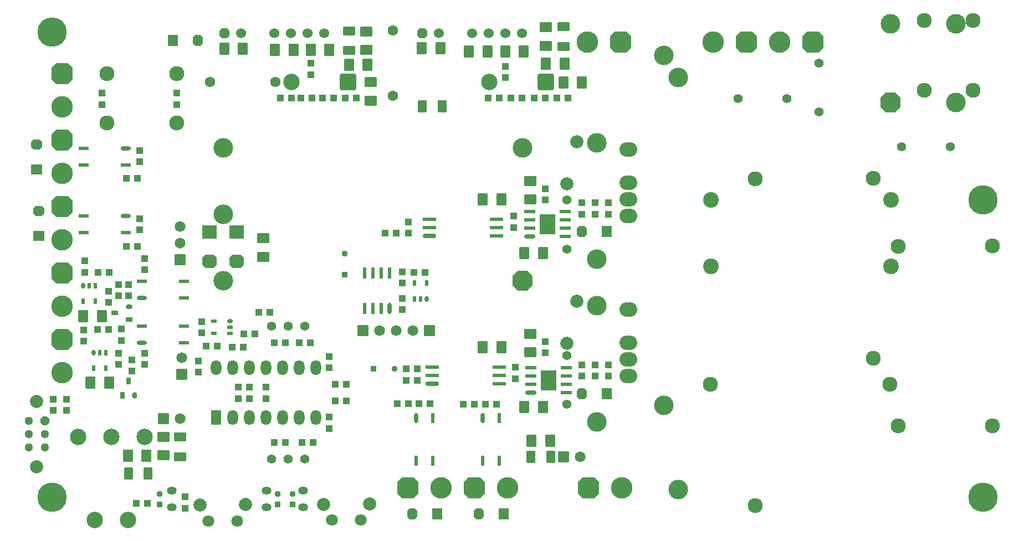
<source format=gbr>
G04 Layer_Color=255*
%FSLAX26Y26*%
%MOIN*%
%TF.FileFunction,Pads,Bot*%
%TF.Part,Single*%
G01*
G75*
%TA.AperFunction,ComponentPad*%
%ADD20C,0.078740*%
%ADD21C,0.051181*%
G04:AMPARAMS|DCode=22|XSize=51.181mil|YSize=51.181mil|CornerRadius=0mil|HoleSize=0mil|Usage=FLASHONLY|Rotation=270.000|XOffset=0mil|YOffset=0mil|HoleType=Round|Shape=Octagon|*
%AMOCTAGOND22*
4,1,8,-0.012795,-0.025591,0.012795,-0.025591,0.025591,-0.012795,0.025591,0.012795,0.012795,0.025591,-0.012795,0.025591,-0.025591,0.012795,-0.025591,-0.012795,-0.012795,-0.025591,0.0*
%
%ADD22OCTAGOND22*%

%ADD23C,0.090551*%
%ADD24C,0.070866*%
%ADD25C,0.060000*%
G04:AMPARAMS|DCode=26|XSize=60mil|YSize=60mil|CornerRadius=0mil|HoleSize=0mil|Usage=FLASHONLY|Rotation=0.000|XOffset=0mil|YOffset=0mil|HoleType=Round|Shape=Octagon|*
%AMOCTAGOND26*
4,1,8,0.030000,-0.015000,0.030000,0.015000,0.015000,0.030000,-0.015000,0.030000,-0.030000,0.015000,-0.030000,-0.015000,-0.015000,-0.030000,0.015000,-0.030000,0.030000,-0.015000,0.0*
%
%ADD26OCTAGOND26*%

%ADD27C,0.065000*%
G04:AMPARAMS|DCode=28|XSize=65mil|YSize=65mil|CornerRadius=3.25mil|HoleSize=0mil|Usage=FLASHONLY|Rotation=180.000|XOffset=0mil|YOffset=0mil|HoleType=Round|Shape=RoundedRectangle|*
%AMROUNDEDRECTD28*
21,1,0.065000,0.058500,0,0,180.0*
21,1,0.058500,0.065000,0,0,180.0*
1,1,0.006500,-0.029250,0.029250*
1,1,0.006500,0.029250,0.029250*
1,1,0.006500,0.029250,-0.029250*
1,1,0.006500,-0.029250,-0.029250*
%
%ADD28ROUNDEDRECTD28*%
%ADD29C,0.118110*%
G04:AMPARAMS|DCode=30|XSize=118.11mil|YSize=118.11mil|CornerRadius=0mil|HoleSize=0mil|Usage=FLASHONLY|Rotation=270.000|XOffset=0mil|YOffset=0mil|HoleType=Round|Shape=Octagon|*
%AMOCTAGOND30*
4,1,8,-0.029527,-0.059055,0.029527,-0.059055,0.059055,-0.029528,0.059055,0.029528,0.029527,0.059055,-0.029527,0.059055,-0.059055,0.029528,-0.059055,-0.029528,-0.029527,-0.059055,0.0*
%
%ADD30OCTAGOND30*%

G04:AMPARAMS|DCode=31|XSize=65mil|YSize=65mil|CornerRadius=3.25mil|HoleSize=0mil|Usage=FLASHONLY|Rotation=90.000|XOffset=0mil|YOffset=0mil|HoleType=Round|Shape=RoundedRectangle|*
%AMROUNDEDRECTD31*
21,1,0.065000,0.058500,0,0,90.0*
21,1,0.058500,0.065000,0,0,90.0*
1,1,0.006500,0.029250,0.029250*
1,1,0.006500,0.029250,-0.029250*
1,1,0.006500,-0.029250,-0.029250*
1,1,0.006500,-0.029250,0.029250*
%
%ADD31ROUNDEDRECTD31*%
%ADD32C,0.098425*%
G04:AMPARAMS|DCode=33|XSize=98.425mil|YSize=98.425mil|CornerRadius=9.842mil|HoleSize=0mil|Usage=FLASHONLY|Rotation=0.000|XOffset=0mil|YOffset=0mil|HoleType=Round|Shape=RoundedRectangle|*
%AMROUNDEDRECTD33*
21,1,0.098425,0.078740,0,0,0.0*
21,1,0.078740,0.098425,0,0,0.0*
1,1,0.019685,0.039370,-0.039370*
1,1,0.019685,-0.039370,-0.039370*
1,1,0.019685,-0.039370,0.039370*
1,1,0.019685,0.039370,0.039370*
%
%ADD33ROUNDEDRECTD33*%
%ADD34C,0.062992*%
G04:AMPARAMS|DCode=35|XSize=118.11mil|YSize=118.11mil|CornerRadius=0mil|HoleSize=0mil|Usage=FLASHONLY|Rotation=180.000|XOffset=0mil|YOffset=0mil|HoleType=Round|Shape=Octagon|*
%AMOCTAGOND35*
4,1,8,-0.059055,0.029527,-0.059055,-0.029527,-0.029528,-0.059055,0.029528,-0.059055,0.059055,-0.029527,0.059055,0.029527,0.029528,0.059055,-0.029528,0.059055,-0.059055,0.029527,0.0*
%
%ADD35OCTAGOND35*%

G04:AMPARAMS|DCode=36|XSize=129.921mil|YSize=129.921mil|CornerRadius=0mil|HoleSize=0mil|Usage=FLASHONLY|Rotation=270.000|XOffset=0mil|YOffset=0mil|HoleType=Round|Shape=Octagon|*
%AMOCTAGOND36*
4,1,8,-0.032480,-0.064961,0.032480,-0.064961,0.064961,-0.032480,0.064961,0.032480,0.032480,0.064961,-0.032480,0.064961,-0.064961,0.032480,-0.064961,-0.032480,-0.032480,-0.064961,0.0*
%
%ADD36OCTAGOND36*%

%ADD37C,0.129921*%
%ADD38C,0.094488*%
%ADD39C,0.055118*%
%ADD40O,0.059055X0.047244*%
G04:AMPARAMS|DCode=41|XSize=129.921mil|YSize=129.921mil|CornerRadius=0mil|HoleSize=0mil|Usage=FLASHONLY|Rotation=180.000|XOffset=0mil|YOffset=0mil|HoleType=Round|Shape=Octagon|*
%AMOCTAGOND41*
4,1,8,-0.064961,0.032480,-0.064961,-0.032480,-0.032480,-0.064961,0.032480,-0.064961,0.064961,-0.032480,0.064961,0.032480,0.032480,0.064961,-0.032480,0.064961,-0.064961,0.032480,0.0*
%
%ADD41OCTAGOND41*%

%ADD42O,0.106299X0.088189*%
%ADD43O,0.064000X0.090000*%
%ADD44R,0.064000X0.090000*%
%TA.AperFunction,WasherPad*%
%ADD45C,0.177165*%
%TA.AperFunction,ViaPad*%
%ADD46C,0.118110*%
%TA.AperFunction,SMDPad,CuDef*%
G04:AMPARAMS|DCode=49|XSize=40mil|YSize=40mil|CornerRadius=3mil|HoleSize=0mil|Usage=FLASHONLY|Rotation=180.000|XOffset=0mil|YOffset=0mil|HoleType=Round|Shape=RoundedRectangle|*
%AMROUNDEDRECTD49*
21,1,0.040000,0.034000,0,0,180.0*
21,1,0.034000,0.040000,0,0,180.0*
1,1,0.006000,-0.017000,0.017000*
1,1,0.006000,0.017000,0.017000*
1,1,0.006000,0.017000,-0.017000*
1,1,0.006000,-0.017000,-0.017000*
%
%ADD49ROUNDEDRECTD49*%
%ADD50R,0.040000X0.030000*%
%ADD51O,0.040000X0.030000*%
%ADD52R,0.030000X0.040000*%
%ADD53O,0.030000X0.040000*%
%ADD54O,0.023622X0.035433*%
%ADD55R,0.023622X0.035433*%
%ADD56O,0.068898X0.023622*%
%ADD57R,0.068898X0.023622*%
%ADD58R,0.094488X0.122047*%
G04:AMPARAMS|DCode=59|XSize=23.622mil|YSize=80.709mil|CornerRadius=0mil|HoleSize=0mil|Usage=FLASHONLY|Rotation=270.000|XOffset=0mil|YOffset=0mil|HoleType=Round|Shape=Octagon|*
%AMOCTAGOND59*
4,1,8,0.040354,0.005905,0.040354,-0.005905,0.034449,-0.011811,-0.034449,-0.011811,-0.040354,-0.005905,-0.040354,0.005905,-0.034449,0.011811,0.034449,0.011811,0.040354,0.005905,0.0*
%
%ADD59OCTAGOND59*%

%ADD60R,0.080709X0.023622*%
%ADD61R,0.023622X0.068898*%
%ADD62O,0.023622X0.068898*%
G04:AMPARAMS|DCode=63|XSize=40mil|YSize=40mil|CornerRadius=3mil|HoleSize=0mil|Usage=FLASHONLY|Rotation=270.000|XOffset=0mil|YOffset=0mil|HoleType=Round|Shape=RoundedRectangle|*
%AMROUNDEDRECTD63*
21,1,0.040000,0.034000,0,0,270.0*
21,1,0.034000,0.040000,0,0,270.0*
1,1,0.006000,-0.017000,-0.017000*
1,1,0.006000,-0.017000,0.017000*
1,1,0.006000,0.017000,0.017000*
1,1,0.006000,0.017000,-0.017000*
%
%ADD63ROUNDEDRECTD63*%
G04:AMPARAMS|DCode=64|XSize=63mil|YSize=71mil|CornerRadius=4.725mil|HoleSize=0mil|Usage=FLASHONLY|Rotation=90.000|XOffset=0mil|YOffset=0mil|HoleType=Round|Shape=RoundedRectangle|*
%AMROUNDEDRECTD64*
21,1,0.063000,0.061550,0,0,90.0*
21,1,0.053550,0.071000,0,0,90.0*
1,1,0.009450,0.030775,0.026775*
1,1,0.009450,0.030775,-0.026775*
1,1,0.009450,-0.030775,-0.026775*
1,1,0.009450,-0.030775,0.026775*
%
%ADD64ROUNDEDRECTD64*%
G04:AMPARAMS|DCode=65|XSize=63mil|YSize=71mil|CornerRadius=4.725mil|HoleSize=0mil|Usage=FLASHONLY|Rotation=0.000|XOffset=0mil|YOffset=0mil|HoleType=Round|Shape=RoundedRectangle|*
%AMROUNDEDRECTD65*
21,1,0.063000,0.061550,0,0,0.0*
21,1,0.053550,0.071000,0,0,0.0*
1,1,0.009450,0.026775,-0.030775*
1,1,0.009450,-0.026775,-0.030775*
1,1,0.009450,-0.026775,0.030775*
1,1,0.009450,0.026775,0.030775*
%
%ADD65ROUNDEDRECTD65*%
%ADD66R,0.086614X0.080709*%
G04:AMPARAMS|DCode=67|XSize=86.614mil|YSize=80.709mil|CornerRadius=0mil|HoleSize=0mil|Usage=FLASHONLY|Rotation=0.000|XOffset=0mil|YOffset=0mil|HoleType=Round|Shape=Octagon|*
%AMOCTAGOND67*
4,1,8,0.043307,-0.020177,0.043307,0.020177,0.023130,0.040354,-0.023130,0.040354,-0.043307,0.020177,-0.043307,-0.020177,-0.023130,-0.040354,0.023130,-0.040354,0.043307,-0.020177,0.0*
%
%ADD67OCTAGOND67*%

%ADD68R,0.062992X0.023622*%
%ADD69O,0.062992X0.023622*%
%ADD70R,0.066929X0.062992*%
G04:AMPARAMS|DCode=71|XSize=66.929mil|YSize=62.992mil|CornerRadius=0mil|HoleSize=0mil|Usage=FLASHONLY|Rotation=0.000|XOffset=0mil|YOffset=0mil|HoleType=Round|Shape=Octagon|*
%AMOCTAGOND71*
4,1,8,0.033465,-0.015748,0.033465,0.015748,0.017717,0.031496,-0.017717,0.031496,-0.033465,0.015748,-0.033465,-0.015748,-0.017717,-0.031496,0.017717,-0.031496,0.033465,-0.015748,0.0*
%
%ADD71OCTAGOND71*%

G04:AMPARAMS|DCode=72|XSize=66.929mil|YSize=62.992mil|CornerRadius=0mil|HoleSize=0mil|Usage=FLASHONLY|Rotation=270.000|XOffset=0mil|YOffset=0mil|HoleType=Round|Shape=Octagon|*
%AMOCTAGOND72*
4,1,8,-0.015748,-0.033465,0.015748,-0.033465,0.031496,-0.017717,0.031496,0.017717,0.015748,0.033465,-0.015748,0.033465,-0.031496,0.017717,-0.031496,-0.017717,-0.015748,-0.033465,0.0*
%
%ADD72OCTAGOND72*%

%ADD73R,0.062992X0.066929*%
G04:AMPARAMS|DCode=74|XSize=35.433mil|YSize=35.433mil|CornerRadius=0mil|HoleSize=0mil|Usage=FLASHONLY|Rotation=270.000|XOffset=0mil|YOffset=0mil|HoleType=Round|Shape=Octagon|*
%AMOCTAGOND74*
4,1,8,-0.008858,-0.017717,0.008858,-0.017717,0.017717,-0.008858,0.017717,0.008858,0.008858,0.017717,-0.008858,0.017717,-0.017717,0.008858,-0.017717,-0.008858,-0.008858,-0.017717,0.0*
%
%ADD74OCTAGOND74*%

%ADD75R,0.035433X0.035433*%
G04:AMPARAMS|DCode=76|XSize=35.433mil|YSize=35.433mil|CornerRadius=0mil|HoleSize=0mil|Usage=FLASHONLY|Rotation=0.000|XOffset=0mil|YOffset=0mil|HoleType=Round|Shape=Octagon|*
%AMOCTAGOND76*
4,1,8,0.017717,-0.008858,0.017717,0.008858,0.008858,0.017717,-0.008858,0.017717,-0.017717,0.008858,-0.017717,-0.008858,-0.008858,-0.017717,0.008858,-0.017717,0.017717,-0.008858,0.0*
%
%ADD76OCTAGOND76*%

%ADD77R,0.035433X0.035433*%
G04:AMPARAMS|DCode=78|XSize=35.433mil|YSize=33.465mil|CornerRadius=0mil|HoleSize=0mil|Usage=FLASHONLY|Rotation=0.000|XOffset=0mil|YOffset=0mil|HoleType=Round|Shape=Octagon|*
%AMOCTAGOND78*
4,1,8,0.017717,-0.008366,0.017717,0.008366,0.009351,0.016732,-0.009351,0.016732,-0.017717,0.008366,-0.017717,-0.008366,-0.009351,-0.016732,0.009351,-0.016732,0.017717,-0.008366,0.0*
%
%ADD78OCTAGOND78*%

%ADD79R,0.035433X0.033465*%
%ADD80R,0.035433X0.023622*%
%ADD81O,0.035433X0.023622*%
G04:AMPARAMS|DCode=82|XSize=55.118mil|YSize=70.866mil|CornerRadius=4.134mil|HoleSize=0mil|Usage=FLASHONLY|Rotation=90.000|XOffset=0mil|YOffset=0mil|HoleType=Round|Shape=RoundedRectangle|*
%AMROUNDEDRECTD82*
21,1,0.055118,0.062599,0,0,90.0*
21,1,0.046850,0.070866,0,0,90.0*
1,1,0.008268,0.031299,0.023425*
1,1,0.008268,0.031299,-0.023425*
1,1,0.008268,-0.031299,-0.023425*
1,1,0.008268,-0.031299,0.023425*
%
%ADD82ROUNDEDRECTD82*%
G04:AMPARAMS|DCode=83|XSize=55.118mil|YSize=70.866mil|CornerRadius=4.134mil|HoleSize=0mil|Usage=FLASHONLY|Rotation=0.000|XOffset=0mil|YOffset=0mil|HoleType=Round|Shape=RoundedRectangle|*
%AMROUNDEDRECTD83*
21,1,0.055118,0.062599,0,0,0.0*
21,1,0.046850,0.070866,0,0,0.0*
1,1,0.008268,0.023425,-0.031299*
1,1,0.008268,-0.023425,-0.031299*
1,1,0.008268,-0.023425,0.031299*
1,1,0.008268,0.023425,0.031299*
%
%ADD83ROUNDEDRECTD83*%
%ADD84O,0.023622X0.062992*%
%ADD85R,0.023622X0.062992*%
D20*
X1456693Y2185039D02*
D03*
Y2578740D02*
D03*
X2437205Y1953740D02*
D03*
X2712795Y1957677D02*
D03*
X3182205Y1958740D02*
D03*
X3457795Y1962677D02*
D03*
X4645472Y2927047D02*
D03*
X4704528Y3182953D02*
D03*
X4645472Y3887047D02*
D03*
X4704528Y4142953D02*
D03*
D21*
X1407480Y2303150D02*
D03*
Y2381890D02*
D03*
X1505906D02*
D03*
Y2303150D02*
D03*
X1407480Y2460630D02*
D03*
D22*
X1505906Y2460630D02*
D03*
D23*
X2300000Y4254724D02*
D03*
Y4550000D02*
D03*
X1878740D02*
D03*
Y4254724D02*
D03*
X5507323Y2680000D02*
D03*
X5780000Y1950748D02*
D03*
X6640000Y2430000D02*
D03*
X6590000Y2680000D02*
D03*
X6490000Y2838661D02*
D03*
X6640000Y3512677D02*
D03*
X6490000Y3921339D02*
D03*
X7090000Y4450000D02*
D03*
Y4871260D02*
D03*
X6794724D02*
D03*
Y4450000D02*
D03*
X7204724Y3513780D02*
D03*
Y2431102D02*
D03*
X5780000Y3919252D02*
D03*
D24*
X2488386Y1859252D02*
D03*
X2661614D02*
D03*
X3233386Y1864252D02*
D03*
X3406614D02*
D03*
D25*
X4375000Y4795000D02*
D03*
X4275000D02*
D03*
X4175000D02*
D03*
X4075000D02*
D03*
X3875000D02*
D03*
X3185000D02*
D03*
X3085000D02*
D03*
X2985000D02*
D03*
X2885000D02*
D03*
X2685000D02*
D03*
D26*
X3775000Y4795000D02*
D03*
X2585000D02*
D03*
D27*
X2320000Y2475000D02*
D03*
X2330000Y2840000D02*
D03*
X2320000Y3530000D02*
D03*
Y3630000D02*
D03*
X3520000Y3003740D02*
D03*
X3620000D02*
D03*
X3720000D02*
D03*
X4725984Y2244095D02*
D03*
D28*
X2220000Y2475000D02*
D03*
X3420000Y3003740D02*
D03*
X3820000D02*
D03*
X4625984Y2244095D02*
D03*
D29*
X2580000Y3305000D02*
D03*
Y3705000D02*
D03*
Y4105000D02*
D03*
X4380000D02*
D03*
X4825000Y4135000D02*
D03*
X5229907Y4661123D02*
D03*
X4825000Y3435000D02*
D03*
Y3155000D02*
D03*
Y2455000D02*
D03*
X5230000Y2555000D02*
D03*
X6985000Y4377559D02*
D03*
Y4850000D02*
D03*
X6591299D02*
D03*
D30*
X6591299Y4377559D02*
D03*
D31*
X2330000Y2740000D02*
D03*
X2320000Y3430000D02*
D03*
D32*
X1805000Y1865000D02*
D03*
X2005000D02*
D03*
X2105000Y2365000D02*
D03*
X1905000D02*
D03*
X1705000D02*
D03*
X2990000Y4500000D02*
D03*
X4180000D02*
D03*
D33*
X4520000Y4500000D02*
D03*
X3330000D02*
D03*
D34*
X3600000Y4418150D02*
D03*
Y4811850D02*
D03*
X2891850Y4500000D02*
D03*
X2498150D02*
D03*
D35*
X4380000Y3305000D02*
D03*
D36*
X1607480Y2950000D02*
D03*
Y3350000D02*
D03*
Y3750000D02*
D03*
Y4150000D02*
D03*
Y4550000D02*
D03*
D37*
X1607480Y2750000D02*
D03*
Y3150000D02*
D03*
Y3550000D02*
D03*
Y3950000D02*
D03*
Y4350000D02*
D03*
X3890000Y2057481D02*
D03*
X4290000D02*
D03*
X4975000D02*
D03*
X5925000Y4742520D02*
D03*
X5525000D02*
D03*
X4770000D02*
D03*
D38*
X5512323Y3390000D02*
D03*
Y3791575D02*
D03*
X6595000Y3390000D02*
D03*
Y3791575D02*
D03*
D39*
X2870000Y2230000D02*
D03*
X2970000D02*
D03*
X3070000D02*
D03*
Y3030000D02*
D03*
X2970000D02*
D03*
X2870000D02*
D03*
X4645000Y2560000D02*
D03*
Y2855276D02*
D03*
Y3495000D02*
D03*
Y3790276D02*
D03*
X5674213Y4400000D02*
D03*
X5969488D02*
D03*
X6161417Y4320866D02*
D03*
Y4616142D02*
D03*
X6657362Y4110000D02*
D03*
X6952638D02*
D03*
D40*
X2270000Y1940000D02*
D03*
Y2040000D02*
D03*
X2840000Y1940000D02*
D03*
Y2040000D02*
D03*
X3060000Y1940000D02*
D03*
Y2040000D02*
D03*
D41*
X3690000Y2057481D02*
D03*
X4090000D02*
D03*
X4775000D02*
D03*
X6125000Y4742520D02*
D03*
X5725000D02*
D03*
X4970000D02*
D03*
D42*
X5015000Y2730000D02*
D03*
Y2830000D02*
D03*
Y2930000D02*
D03*
Y3130000D02*
D03*
Y3695000D02*
D03*
Y3795000D02*
D03*
Y3895000D02*
D03*
Y4095000D02*
D03*
D43*
X2636535Y2480000D02*
D03*
X2736535D02*
D03*
X2836535D02*
D03*
X2936535D02*
D03*
X3036535D02*
D03*
X3136535D02*
D03*
Y2780000D02*
D03*
X3036535D02*
D03*
X2936535D02*
D03*
X2836535D02*
D03*
X2736535D02*
D03*
X2636535D02*
D03*
X2536535D02*
D03*
D44*
X2536535Y2480000D02*
D03*
D45*
X1550000Y2000000D02*
D03*
Y4800000D02*
D03*
X7146850Y2000000D02*
D03*
Y3790000D02*
D03*
D46*
X5314961Y2047244D02*
D03*
Y4527559D02*
D03*
D49*
X2350000Y1936535D02*
D03*
Y2003465D02*
D03*
X2836535Y2596535D02*
D03*
Y2663465D02*
D03*
X2736535D02*
D03*
X2670000D02*
D03*
Y2596535D02*
D03*
X2736535D02*
D03*
X2430000Y2755000D02*
D03*
Y2821929D02*
D03*
X2450000Y2991535D02*
D03*
Y3058465D02*
D03*
X2106299Y3372047D02*
D03*
Y3438976D02*
D03*
X2007874Y3281496D02*
D03*
Y3214567D02*
D03*
X1948819D02*
D03*
Y3281496D02*
D03*
X1889764Y3242126D02*
D03*
Y3175197D02*
D03*
X1965000Y3013465D02*
D03*
Y2946535D02*
D03*
X1948819Y2868110D02*
D03*
Y2801181D02*
D03*
X2027559Y2828740D02*
D03*
Y2761811D02*
D03*
X2106299Y2801181D02*
D03*
Y2868110D02*
D03*
X1740000Y2941535D02*
D03*
Y3008465D02*
D03*
X1745000Y3356535D02*
D03*
Y3423465D02*
D03*
X2075000Y3611535D02*
D03*
Y3678465D02*
D03*
Y4021535D02*
D03*
Y4088465D02*
D03*
X2300000Y4366535D02*
D03*
Y4433465D02*
D03*
X1850000D02*
D03*
Y4366535D02*
D03*
X3105000Y4546535D02*
D03*
Y4613465D02*
D03*
X3690167Y3658465D02*
D03*
Y3591535D02*
D03*
X3655000Y3357205D02*
D03*
Y3290276D02*
D03*
Y3197205D02*
D03*
Y3130276D02*
D03*
X3680000Y2773465D02*
D03*
X3745000D02*
D03*
Y2706535D02*
D03*
X3680000D02*
D03*
X3215000Y2781535D02*
D03*
Y2848465D02*
D03*
Y2483465D02*
D03*
Y2416535D02*
D03*
X4335000Y2716535D02*
D03*
X4515000Y2871535D02*
D03*
X4735000Y2731535D02*
D03*
X4815000D02*
D03*
X4895000D02*
D03*
Y2798465D02*
D03*
X4815000D02*
D03*
X4735000D02*
D03*
X4515000Y2938465D02*
D03*
X4335000Y2783465D02*
D03*
X4325167Y3626535D02*
D03*
X4515000Y3791535D02*
D03*
X4735167Y3773465D02*
D03*
Y3706535D02*
D03*
X4815167D02*
D03*
Y3773465D02*
D03*
X4895167D02*
D03*
Y3706535D02*
D03*
X4515000Y3858465D02*
D03*
X4325167Y3693465D02*
D03*
X4275000Y4528525D02*
D03*
Y4595455D02*
D03*
X1633858Y2592520D02*
D03*
Y2525590D02*
D03*
X1555118D02*
D03*
Y2592520D02*
D03*
D50*
X2011811Y3072834D02*
D03*
X1925197Y3110236D02*
D03*
D51*
X2011811Y3147638D02*
D03*
D52*
X2007874Y2700787D02*
D03*
X1970472Y2614173D02*
D03*
D53*
X2045276Y2614173D02*
D03*
D54*
X1797598Y2872244D02*
D03*
X1734252Y3275591D02*
D03*
X3802402Y3196496D02*
D03*
D55*
X1872401Y2777756D02*
D03*
Y2872244D02*
D03*
X1835000D02*
D03*
X1797598Y2777756D02*
D03*
X1809055Y3181102D02*
D03*
X1734252D02*
D03*
X1771653Y3275591D02*
D03*
X1809055D02*
D03*
X3727599Y3196496D02*
D03*
X3765000D02*
D03*
X3727599Y3290984D02*
D03*
X3802402D02*
D03*
D56*
X4428701Y2630000D02*
D03*
X4422205Y3570000D02*
D03*
D57*
X4428701Y2680000D02*
D03*
Y2730000D02*
D03*
Y2780000D02*
D03*
X4641299Y2730000D02*
D03*
Y2680000D02*
D03*
Y2630000D02*
D03*
Y2780000D02*
D03*
X4634803Y3570000D02*
D03*
Y3620000D02*
D03*
Y3670000D02*
D03*
Y3720000D02*
D03*
X4422205D02*
D03*
Y3670000D02*
D03*
Y3620000D02*
D03*
D58*
X4535000Y2705000D02*
D03*
X4528504Y3645000D02*
D03*
D59*
X3817412Y3575000D02*
D03*
X3834488Y2685000D02*
D03*
D60*
X3817412Y3625000D02*
D03*
Y3675000D02*
D03*
X4222923Y3625000D02*
D03*
Y3575000D02*
D03*
Y3675000D02*
D03*
X3834488Y2785000D02*
D03*
Y2735000D02*
D03*
X4240000D02*
D03*
Y2685000D02*
D03*
Y2785000D02*
D03*
D61*
X3430000Y3137441D02*
D03*
X3480000D02*
D03*
X3530000D02*
D03*
Y3350039D02*
D03*
X3580000D02*
D03*
X3480000D02*
D03*
X3430000D02*
D03*
D62*
X3580000Y3137441D02*
D03*
D63*
X2056535Y1965000D02*
D03*
X2123465D02*
D03*
X2886535Y2330000D02*
D03*
X2953465D02*
D03*
X3053071D02*
D03*
X3120000D02*
D03*
X3253071Y2580000D02*
D03*
X3320000D02*
D03*
Y2680000D02*
D03*
X3253071D02*
D03*
X3626535Y2565000D02*
D03*
X3693465D02*
D03*
X3756535D02*
D03*
X3823465D02*
D03*
X4021535Y2560000D02*
D03*
X4088465D02*
D03*
X4156535D02*
D03*
X4223465D02*
D03*
X3793465Y3353740D02*
D03*
X3726535D02*
D03*
X3618465Y3590000D02*
D03*
X3551535D02*
D03*
X3103465Y2930000D02*
D03*
X3036535D02*
D03*
X2953465D02*
D03*
X2858465Y3115000D02*
D03*
X2791535D02*
D03*
X2768465Y2985000D02*
D03*
X2886535Y2930000D02*
D03*
X2701535Y2985000D02*
D03*
X2698465Y2905000D02*
D03*
X2631535D02*
D03*
X2543465Y2910000D02*
D03*
X2476535D02*
D03*
X2063465Y3510000D02*
D03*
X1996535D02*
D03*
X1893465Y3355000D02*
D03*
X1826535D02*
D03*
X1821535Y3010000D02*
D03*
X1888465D02*
D03*
X1996535Y3920000D02*
D03*
X2063465D02*
D03*
X2921535Y4405000D02*
D03*
X2988465D02*
D03*
X3046535D02*
D03*
X3113465D02*
D03*
X3176535D02*
D03*
X3243465D02*
D03*
X3311535D02*
D03*
X3378465D02*
D03*
X4171535D02*
D03*
X4238465D02*
D03*
X4309545D02*
D03*
X4376475D02*
D03*
X4447555D02*
D03*
X4514485D02*
D03*
X4586535D02*
D03*
X4653465D02*
D03*
D64*
X2220000Y2254000D02*
D03*
Y2366000D02*
D03*
X2820000Y3449000D02*
D03*
Y3561000D02*
D03*
X3465000Y4389000D02*
D03*
Y4501000D02*
D03*
X3440000Y4694000D02*
D03*
Y4806000D02*
D03*
X4425000Y3906000D02*
D03*
Y3794000D02*
D03*
Y2986000D02*
D03*
Y2874000D02*
D03*
X4518010Y4719000D02*
D03*
Y4831000D02*
D03*
D65*
X2004000Y2250000D02*
D03*
X2116000D02*
D03*
X1891000Y2690000D02*
D03*
X1779000D02*
D03*
X1847339Y3090551D02*
D03*
X1735339D02*
D03*
X3216000Y4695000D02*
D03*
X3334000Y4605000D02*
D03*
X3446000D02*
D03*
X3773000Y4705000D02*
D03*
X3885000D02*
D03*
X4055990Y4685000D02*
D03*
X4167990D02*
D03*
X4274000D02*
D03*
X4386000D02*
D03*
X4519000Y4611990D02*
D03*
X4624000Y4498010D02*
D03*
X4736000D02*
D03*
X4631000Y4611990D02*
D03*
X4251000Y3795000D02*
D03*
X4139000D02*
D03*
X4389000Y3470000D02*
D03*
X4501000D02*
D03*
X4251000Y2905000D02*
D03*
X4139000D02*
D03*
X4389000Y2545000D02*
D03*
X4432189Y2342520D02*
D03*
X4544189D02*
D03*
X4501000Y2545000D02*
D03*
X3104000Y4695000D02*
D03*
X3001000D02*
D03*
X2889000D02*
D03*
X2696000Y4700000D02*
D03*
X2584000D02*
D03*
D66*
X2660000Y3598583D02*
D03*
X2496447D02*
D03*
D67*
X2660000Y3421417D02*
D03*
X2496447D02*
D03*
D68*
X2342953Y2930000D02*
D03*
Y3030000D02*
D03*
Y3200000D02*
D03*
Y3300000D02*
D03*
X1992953Y3595000D02*
D03*
X2087047Y3300000D02*
D03*
Y3030000D02*
D03*
X1737047Y3595000D02*
D03*
Y3695000D02*
D03*
X1992953Y4000000D02*
D03*
X1737047D02*
D03*
Y4100000D02*
D03*
D69*
X2087047Y2930000D02*
D03*
Y3200000D02*
D03*
X1992953Y3695000D02*
D03*
Y4100000D02*
D03*
D70*
X1470000Y3574213D02*
D03*
X1455000Y3974213D02*
D03*
D71*
X1470000Y3725787D02*
D03*
X1455000Y4125787D02*
D03*
D72*
X3714213Y1900000D02*
D03*
X4114213D02*
D03*
X4734213Y2625000D02*
D03*
X4734380Y3600000D02*
D03*
X2425787Y4750000D02*
D03*
D73*
X3865787Y1900000D02*
D03*
X4265787D02*
D03*
X4885787Y2625000D02*
D03*
X4885955Y3600000D02*
D03*
X2274213Y4750000D02*
D03*
D74*
X3608976Y2775000D02*
D03*
D75*
X3481024Y2775000D02*
D03*
D76*
X3307087Y3469488D02*
D03*
D77*
X3307087Y3341535D02*
D03*
D78*
X2195000Y2022480D02*
D03*
X2905000D02*
D03*
X2995000D02*
D03*
D79*
X2195000Y1957520D02*
D03*
X2905000D02*
D03*
X2995000D02*
D03*
D80*
X2617244Y2987599D02*
D03*
Y3025000D02*
D03*
X2522756Y3062402D02*
D03*
Y2987599D02*
D03*
D81*
X2617244Y3062402D02*
D03*
D82*
X2320000Y2245945D02*
D03*
Y2364055D02*
D03*
X4626020Y4715945D02*
D03*
Y4834055D02*
D03*
X3335000Y4809055D02*
D03*
Y4690945D02*
D03*
D83*
X2007874Y2145669D02*
D03*
X2125984D02*
D03*
X3894055Y4355000D02*
D03*
X3775945D02*
D03*
X4429134Y2244095D02*
D03*
X4547244D02*
D03*
D84*
X3740000Y2477953D02*
D03*
X4140000D02*
D03*
D85*
X3740000Y2222047D02*
D03*
X3840000D02*
D03*
X4140000D02*
D03*
X4240000D02*
D03*
Y2477953D02*
D03*
X3840000D02*
D03*
%TF.MD5,70c3ca27682e17f7842986425c428069*%
M02*

</source>
